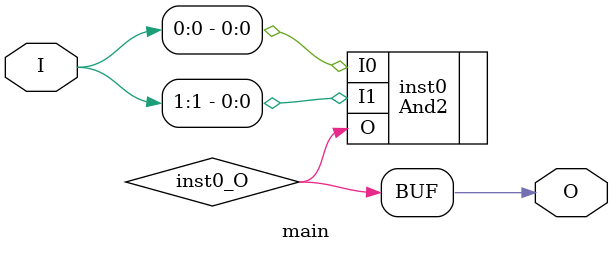
<source format=v>
module main (input [1:0] I, output  O);
wire  inst0_O;
And2 inst0 (.I0(I[0]), .I1(I[1]), .O(inst0_O));
assign O = inst0_O;
endmodule


</source>
